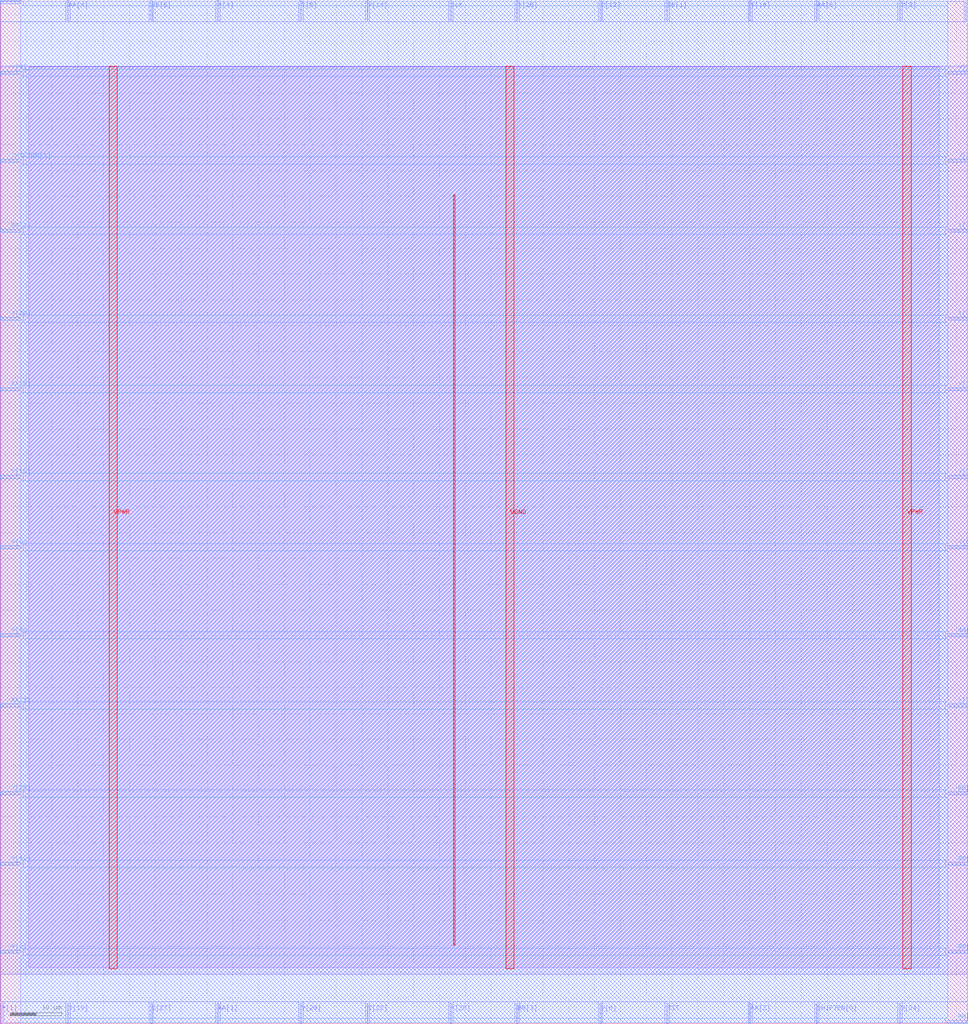
<source format=lef>
VERSION 5.7 ;
  NOWIREEXTENSIONATPIN ON ;
  DIVIDERCHAR "/" ;
  BUSBITCHARS "[]" ;
MACRO sa_2D
  CLASS BLOCK ;
  FOREIGN sa_2D ;
  ORIGIN 0.000 0.000 ;
  SIZE 187.305 BY 198.025 ;
  PIN AA[0]
    DIRECTION INPUT ;
    USE SIGNAL ;
    PORT
      LAYER met3 ;
        RECT 0.000 122.440 4.000 123.040 ;
    END
  END AA[0]
  PIN AA[1]
    DIRECTION INPUT ;
    USE SIGNAL ;
    PORT
      LAYER met2 ;
        RECT 41.950 0.000 42.230 4.000 ;
    END
  END AA[1]
  PIN AA[2]
    DIRECTION INPUT ;
    USE SIGNAL ;
    PORT
      LAYER met3 ;
        RECT 0.000 61.240 4.000 61.840 ;
    END
  END AA[2]
  PIN AA[3]
    DIRECTION INPUT ;
    USE SIGNAL ;
    PORT
      LAYER met2 ;
        RECT 144.990 0.000 145.270 4.000 ;
    END
  END AA[3]
  PIN AA[4]
    DIRECTION INPUT ;
    USE SIGNAL ;
    PORT
      LAYER met2 ;
        RECT 12.970 194.025 13.250 198.025 ;
    END
  END AA[4]
  PIN AA[5]
    DIRECTION INPUT ;
    USE SIGNAL ;
    PORT
      LAYER met3 ;
        RECT 183.305 74.840 187.305 75.440 ;
    END
  END AA[5]
  PIN AA[6]
    DIRECTION INPUT ;
    USE SIGNAL ;
    PORT
      LAYER met2 ;
        RECT 157.870 194.025 158.150 198.025 ;
    END
  END AA[6]
  PIN AA[7]
    DIRECTION INPUT ;
    USE SIGNAL ;
    PORT
      LAYER met3 ;
        RECT 0.000 197.240 4.000 197.840 ;
    END
  END AA[7]
  PIN BB[0]
    DIRECTION INPUT ;
    USE SIGNAL ;
    PORT
      LAYER met3 ;
        RECT 183.305 13.640 187.305 14.240 ;
    END
  END BB[0]
  PIN BB[1]
    DIRECTION INPUT ;
    USE SIGNAL ;
    PORT
      LAYER met2 ;
        RECT 128.890 194.025 129.170 198.025 ;
    END
  END BB[1]
  PIN BB[2]
    DIRECTION INPUT ;
    USE SIGNAL ;
    PORT
      LAYER met3 ;
        RECT 183.305 0.040 187.305 0.640 ;
    END
  END BB[2]
  PIN BB[3]
    DIRECTION INPUT ;
    USE SIGNAL ;
    PORT
      LAYER met2 ;
        RECT 99.910 0.000 100.190 4.000 ;
    END
  END BB[3]
  PIN BB[4]
    DIRECTION INPUT ;
    USE SIGNAL ;
    PORT
      LAYER met3 ;
        RECT 183.305 30.640 187.305 31.240 ;
    END
  END BB[4]
  PIN BB[5]
    DIRECTION INPUT ;
    USE SIGNAL ;
    PORT
      LAYER met2 ;
        RECT 29.070 194.025 29.350 198.025 ;
    END
  END BB[5]
  PIN BB[6]
    DIRECTION INPUT ;
    USE SIGNAL ;
    PORT
      LAYER met3 ;
        RECT 183.305 44.240 187.305 44.840 ;
    END
  END BB[6]
  PIN BB[7]
    DIRECTION INPUT ;
    USE SIGNAL ;
    PORT
      LAYER met3 ;
        RECT 0.000 153.040 4.000 153.640 ;
    END
  END BB[7]
  PIN CLK
    DIRECTION INPUT ;
    USE SIGNAL ;
    PORT
      LAYER met2 ;
        RECT 87.030 194.025 87.310 198.025 ;
    END
  END CLK
  PIN RST
    DIRECTION INPUT ;
    USE SIGNAL ;
    PORT
      LAYER met2 ;
        RECT 128.890 0.000 129.170 4.000 ;
    END
  END RST
  PIN SHIFTEN[0]
    DIRECTION INPUT ;
    USE SIGNAL ;
    PORT
      LAYER met2 ;
        RECT 157.870 0.000 158.150 4.000 ;
    END
  END SHIFTEN[0]
  PIN SHIFTEN[1]
    DIRECTION INPUT ;
    USE SIGNAL ;
    PORT
      LAYER met3 ;
        RECT 0.000 166.640 4.000 167.240 ;
    END
  END SHIFTEN[1]
  PIN VGND
    DIRECTION INOUT ;
    USE GROUND ;
    PORT
      LAYER met4 ;
        RECT 97.840 10.640 99.440 185.200 ;
    END
  END VGND
  PIN VPWR
    DIRECTION INOUT ;
    USE POWER ;
    PORT
      LAYER met4 ;
        RECT 21.040 10.640 22.640 185.200 ;
    END
    PORT
      LAYER met4 ;
        RECT 174.640 10.640 176.240 185.200 ;
    END
  END VPWR
  PIN Y[0]
    DIRECTION OUTPUT TRISTATE ;
    USE SIGNAL ;
    PORT
      LAYER met3 ;
        RECT 0.000 91.840 4.000 92.440 ;
    END
  END Y[0]
  PIN Y[10]
    DIRECTION OUTPUT TRISTATE ;
    USE SIGNAL ;
    PORT
      LAYER met3 ;
        RECT 0.000 105.440 4.000 106.040 ;
    END
  END Y[10]
  PIN Y[11]
    DIRECTION OUTPUT TRISTATE ;
    USE SIGNAL ;
    PORT
      LAYER met3 ;
        RECT 183.305 136.040 187.305 136.640 ;
    END
  END Y[11]
  PIN Y[12]
    DIRECTION OUTPUT TRISTATE ;
    USE SIGNAL ;
    PORT
      LAYER met3 ;
        RECT 0.000 30.640 4.000 31.240 ;
    END
  END Y[12]
  PIN Y[13]
    DIRECTION OUTPUT TRISTATE ;
    USE SIGNAL ;
    PORT
      LAYER met2 ;
        RECT 116.010 194.025 116.290 198.025 ;
    END
  END Y[13]
  PIN Y[14]
    DIRECTION OUTPUT TRISTATE ;
    USE SIGNAL ;
    PORT
      LAYER met2 ;
        RECT 70.930 194.025 71.210 198.025 ;
    END
  END Y[14]
  PIN Y[15]
    DIRECTION OUTPUT TRISTATE ;
    USE SIGNAL ;
    PORT
      LAYER met3 ;
        RECT 183.305 183.640 187.305 184.240 ;
    END
  END Y[15]
  PIN Y[16]
    DIRECTION OUTPUT TRISTATE ;
    USE SIGNAL ;
    PORT
      LAYER met3 ;
        RECT 183.305 153.040 187.305 153.640 ;
    END
  END Y[16]
  PIN Y[17]
    DIRECTION OUTPUT TRISTATE ;
    USE SIGNAL ;
    PORT
      LAYER met3 ;
        RECT 183.305 105.440 187.305 106.040 ;
    END
  END Y[17]
  PIN Y[18]
    DIRECTION OUTPUT TRISTATE ;
    USE SIGNAL ;
    PORT
      LAYER met2 ;
        RECT 144.990 194.025 145.270 198.025 ;
    END
  END Y[18]
  PIN Y[19]
    DIRECTION OUTPUT TRISTATE ;
    USE SIGNAL ;
    PORT
      LAYER met2 ;
        RECT 12.970 0.000 13.250 4.000 ;
    END
  END Y[19]
  PIN Y[1]
    DIRECTION OUTPUT TRISTATE ;
    USE SIGNAL ;
    PORT
      LAYER met2 ;
        RECT 0.090 0.000 0.370 4.000 ;
    END
  END Y[1]
  PIN Y[20]
    DIRECTION OUTPUT TRISTATE ;
    USE SIGNAL ;
    PORT
      LAYER met3 ;
        RECT 0.000 44.240 4.000 44.840 ;
    END
  END Y[20]
  PIN Y[21]
    DIRECTION OUTPUT TRISTATE ;
    USE SIGNAL ;
    PORT
      LAYER met3 ;
        RECT 183.305 166.640 187.305 167.240 ;
    END
  END Y[21]
  PIN Y[22]
    DIRECTION OUTPUT TRISTATE ;
    USE SIGNAL ;
    PORT
      LAYER met2 ;
        RECT 70.930 0.000 71.210 4.000 ;
    END
  END Y[22]
  PIN Y[23]
    DIRECTION OUTPUT TRISTATE ;
    USE SIGNAL ;
    PORT
      LAYER met3 ;
        RECT 183.305 122.440 187.305 123.040 ;
    END
  END Y[23]
  PIN Y[24]
    DIRECTION OUTPUT TRISTATE ;
    USE SIGNAL ;
    PORT
      LAYER met2 ;
        RECT 173.970 0.000 174.250 4.000 ;
    END
  END Y[24]
  PIN Y[25]
    DIRECTION OUTPUT TRISTATE ;
    USE SIGNAL ;
    PORT
      LAYER met2 ;
        RECT 99.910 194.025 100.190 198.025 ;
    END
  END Y[25]
  PIN Y[26]
    DIRECTION OUTPUT TRISTATE ;
    USE SIGNAL ;
    PORT
      LAYER met3 ;
        RECT 183.305 61.240 187.305 61.840 ;
    END
  END Y[26]
  PIN Y[27]
    DIRECTION OUTPUT TRISTATE ;
    USE SIGNAL ;
    PORT
      LAYER met2 ;
        RECT 29.070 0.000 29.350 4.000 ;
    END
  END Y[27]
  PIN Y[28]
    DIRECTION OUTPUT TRISTATE ;
    USE SIGNAL ;
    PORT
      LAYER met2 ;
        RECT 58.050 0.000 58.330 4.000 ;
    END
  END Y[28]
  PIN Y[29]
    DIRECTION OUTPUT TRISTATE ;
    USE SIGNAL ;
    PORT
      LAYER met3 ;
        RECT 0.000 136.040 4.000 136.640 ;
    END
  END Y[29]
  PIN Y[2]
    DIRECTION OUTPUT TRISTATE ;
    USE SIGNAL ;
    PORT
      LAYER met3 ;
        RECT 0.000 13.640 4.000 14.240 ;
    END
  END Y[2]
  PIN Y[30]
    DIRECTION OUTPUT TRISTATE ;
    USE SIGNAL ;
    PORT
      LAYER met2 ;
        RECT 87.030 0.000 87.310 4.000 ;
    END
  END Y[30]
  PIN Y[31]
    DIRECTION OUTPUT TRISTATE ;
    USE SIGNAL ;
    PORT
      LAYER met2 ;
        RECT 186.850 194.025 187.130 198.025 ;
    END
  END Y[31]
  PIN Y[3]
    DIRECTION OUTPUT TRISTATE ;
    USE SIGNAL ;
    PORT
      LAYER met2 ;
        RECT 173.970 194.025 174.250 198.025 ;
    END
  END Y[3]
  PIN Y[4]
    DIRECTION OUTPUT TRISTATE ;
    USE SIGNAL ;
    PORT
      LAYER met2 ;
        RECT 41.950 194.025 42.230 198.025 ;
    END
  END Y[4]
  PIN Y[5]
    DIRECTION OUTPUT TRISTATE ;
    USE SIGNAL ;
    PORT
      LAYER met2 ;
        RECT 58.050 194.025 58.330 198.025 ;
    END
  END Y[5]
  PIN Y[6]
    DIRECTION OUTPUT TRISTATE ;
    USE SIGNAL ;
    PORT
      LAYER met2 ;
        RECT 116.010 0.000 116.290 4.000 ;
    END
  END Y[6]
  PIN Y[7]
    DIRECTION OUTPUT TRISTATE ;
    USE SIGNAL ;
    PORT
      LAYER met3 ;
        RECT 0.000 74.840 4.000 75.440 ;
    END
  END Y[7]
  PIN Y[8]
    DIRECTION OUTPUT TRISTATE ;
    USE SIGNAL ;
    PORT
      LAYER met3 ;
        RECT 0.000 183.640 4.000 184.240 ;
    END
  END Y[8]
  PIN Y[9]
    DIRECTION OUTPUT TRISTATE ;
    USE SIGNAL ;
    PORT
      LAYER met3 ;
        RECT 183.305 91.840 187.305 92.440 ;
    END
  END Y[9]
  OBS
      LAYER li1 ;
        RECT 5.520 10.795 181.700 185.045 ;
      LAYER met1 ;
        RECT 0.070 9.560 187.150 185.200 ;
      LAYER met2 ;
        RECT 0.100 193.745 12.690 197.725 ;
        RECT 13.530 193.745 28.790 197.725 ;
        RECT 29.630 193.745 41.670 197.725 ;
        RECT 42.510 193.745 57.770 197.725 ;
        RECT 58.610 193.745 70.650 197.725 ;
        RECT 71.490 193.745 86.750 197.725 ;
        RECT 87.590 193.745 99.630 197.725 ;
        RECT 100.470 193.745 115.730 197.725 ;
        RECT 116.570 193.745 128.610 197.725 ;
        RECT 129.450 193.745 144.710 197.725 ;
        RECT 145.550 193.745 157.590 197.725 ;
        RECT 158.430 193.745 173.690 197.725 ;
        RECT 174.530 193.745 186.570 197.725 ;
        RECT 0.100 4.280 187.120 193.745 ;
        RECT 0.650 0.155 12.690 4.280 ;
        RECT 13.530 0.155 28.790 4.280 ;
        RECT 29.630 0.155 41.670 4.280 ;
        RECT 42.510 0.155 57.770 4.280 ;
        RECT 58.610 0.155 70.650 4.280 ;
        RECT 71.490 0.155 86.750 4.280 ;
        RECT 87.590 0.155 99.630 4.280 ;
        RECT 100.470 0.155 115.730 4.280 ;
        RECT 116.570 0.155 128.610 4.280 ;
        RECT 129.450 0.155 144.710 4.280 ;
        RECT 145.550 0.155 157.590 4.280 ;
        RECT 158.430 0.155 173.690 4.280 ;
        RECT 174.530 0.155 187.120 4.280 ;
      LAYER met3 ;
        RECT 4.400 196.840 183.305 197.705 ;
        RECT 4.000 184.640 183.305 196.840 ;
        RECT 4.400 183.240 182.905 184.640 ;
        RECT 4.000 167.640 183.305 183.240 ;
        RECT 4.400 166.240 182.905 167.640 ;
        RECT 4.000 154.040 183.305 166.240 ;
        RECT 4.400 152.640 182.905 154.040 ;
        RECT 4.000 137.040 183.305 152.640 ;
        RECT 4.400 135.640 182.905 137.040 ;
        RECT 4.000 123.440 183.305 135.640 ;
        RECT 4.400 122.040 182.905 123.440 ;
        RECT 4.000 106.440 183.305 122.040 ;
        RECT 4.400 105.040 182.905 106.440 ;
        RECT 4.000 92.840 183.305 105.040 ;
        RECT 4.400 91.440 182.905 92.840 ;
        RECT 4.000 75.840 183.305 91.440 ;
        RECT 4.400 74.440 182.905 75.840 ;
        RECT 4.000 62.240 183.305 74.440 ;
        RECT 4.400 60.840 182.905 62.240 ;
        RECT 4.000 45.240 183.305 60.840 ;
        RECT 4.400 43.840 182.905 45.240 ;
        RECT 4.000 31.640 183.305 43.840 ;
        RECT 4.400 30.240 182.905 31.640 ;
        RECT 4.000 14.640 183.305 30.240 ;
        RECT 4.400 13.240 182.905 14.640 ;
        RECT 4.000 1.040 183.305 13.240 ;
        RECT 4.000 0.175 182.905 1.040 ;
      LAYER met4 ;
        RECT 87.695 15.135 88.025 160.305 ;
  END
END sa_2D
END LIBRARY


</source>
